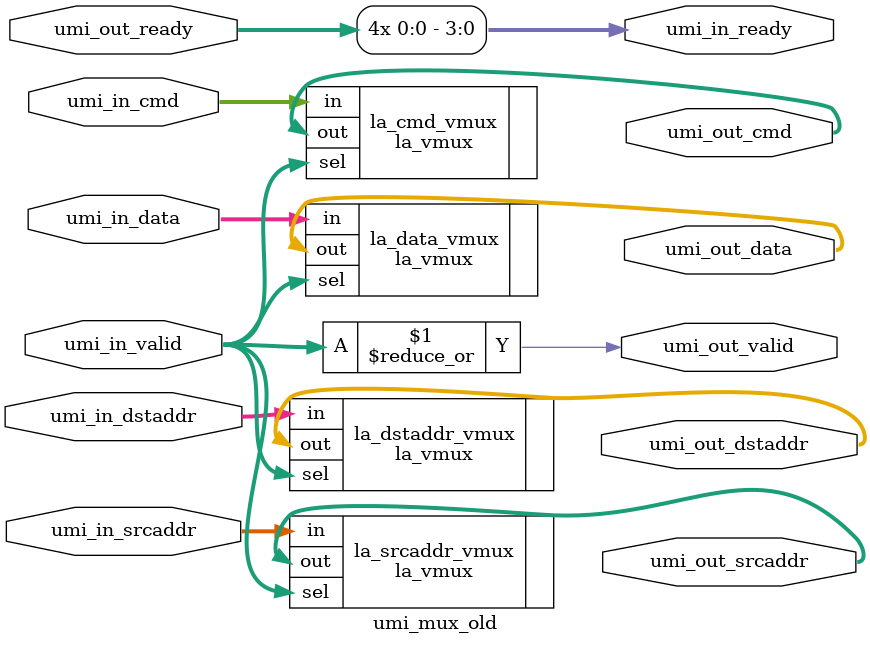
<source format=v>
/*******************************************************************************
 * Copyright 2020 Zero ASIC Corporation
 *
 * Licensed under the Apache License, Version 2.0 (the "License");
 * you may not use this file except in compliance with the License.
 * You may obtain a copy of the License at
 *
 *     http://www.apache.org/licenses/LICENSE-2.0
 *
 * Unless required by applicable law or agreed to in writing, software
 * distributed under the License is distributed on an "AS IS" BASIS,
 * WITHOUT WARRANTIES OR CONDITIONS OF ANY KIND, either express or implied.
 * See the License for the specific language governing permissions and
 * limitations under the License.
 *
 * ----
 *
 * ##Documentation##
 *
 * - Selects between N inputs
 * - Assumes one-hot selects
 * - WARNING: input ready is combinatorially connected to the output ready.
 *
 ******************************************************************************/



module umi_mux_old
  #(parameter DW = 256, // UMI transaction width
    parameter CW = 32,
    parameter AW = 64,
    parameter N = 4     // number of inputs
    )
   (// Incoming UMI
    input [N-1:0]    umi_in_valid,
    input [N*CW-1:0] umi_in_cmd,
    input [N*AW-1:0] umi_in_dstaddr,
    input [N*AW-1:0] umi_in_srcaddr,
    input [N*DW-1:0] umi_in_data,
    output [N-1:0]   umi_in_ready,
    // Outgoing UMI
    output           umi_out_valid,
    input            umi_out_ready,
    output [CW-1:0]  umi_out_cmd,
    output [AW-1:0]  umi_out_dstaddr,
    output [AW-1:0]  umi_out_srcaddr,
    output [DW-1:0]  umi_out_data
    );

   // valid output
   assign umi_out_valid = |umi_in_valid[N-1:0];

   // ready pusback
   assign umi_in_ready[N-1:0] = {N{umi_out_ready}};

   // packet mux
   la_vmux #(.N(N),
             .W(CW))
   la_cmd_vmux(.out (umi_out_cmd[CW-1:0]),
               .sel (umi_in_valid[N-1:0]),
               .in  (umi_in_cmd[N*CW-1:0]));

   // packet mux
   la_vmux #(.N(N),
             .W(AW))
   la_dstaddr_vmux(.out (umi_out_dstaddr[AW-1:0]),
                   .sel (umi_in_valid[N-1:0]),
                   .in  (umi_in_dstaddr[N*AW-1:0]));

   // packet mux
   la_vmux #(.N(N),
             .W(AW))
   la_srcaddr_vmux(.out (umi_out_srcaddr[AW-1:0]),
                   .sel (umi_in_valid[N-1:0]),
                   .in  (umi_in_srcaddr[N*AW-1:0]));

   // packet mux
   la_vmux #(.N(N),
             .W(DW))
   la_data_vmux(.out (umi_out_data[DW-1:0]),
                .sel (umi_in_valid[N-1:0]),
                .in  (umi_in_data[N*DW-1:0]));

endmodule

</source>
